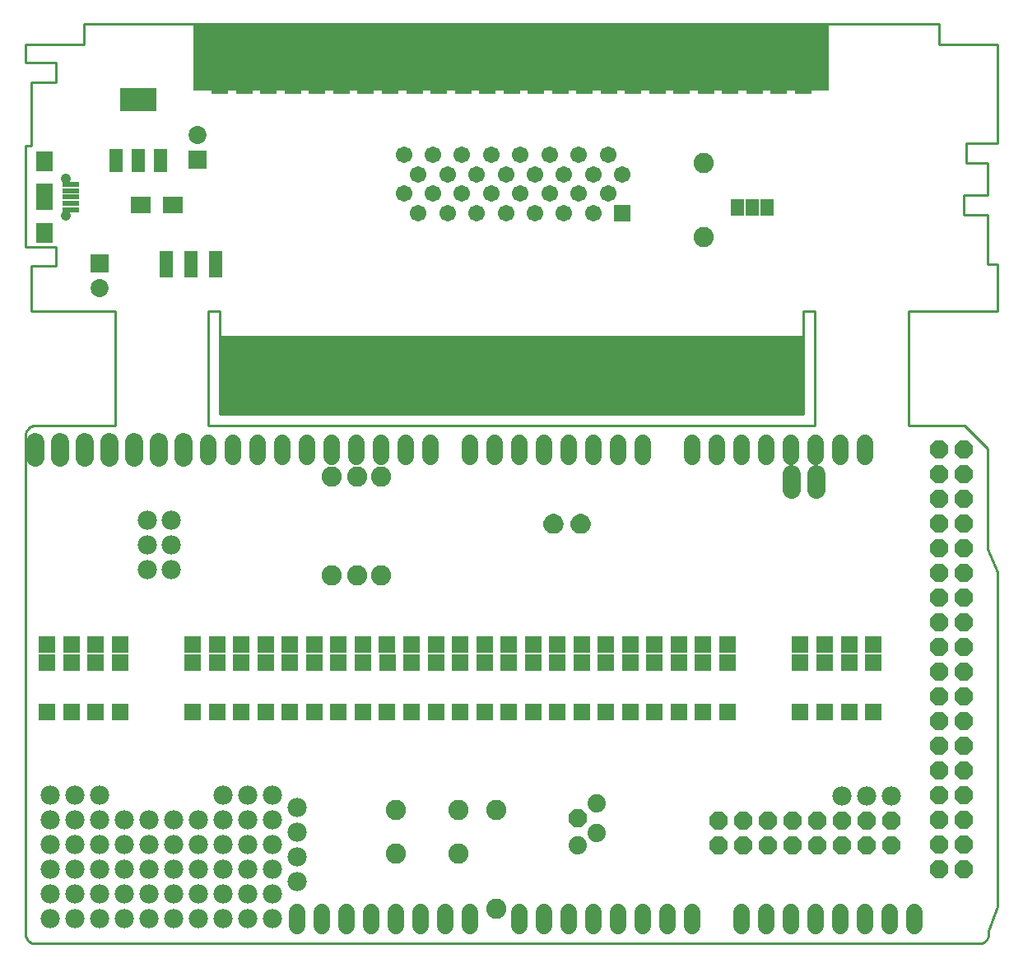
<source format=gbs>
G75*
%MOIN*%
%OFA0B0*%
%FSLAX25Y25*%
%IPPOS*%
%LPD*%
%AMOC8*
5,1,8,0,0,1.08239X$1,22.5*
%
%ADD10C,0.01000*%
%ADD11R,2.36220X0.32283*%
%ADD12R,2.57283X0.27362*%
%ADD13C,0.06546*%
%ADD14OC8,0.07400*%
%ADD15OC8,0.07200*%
%ADD16C,0.08200*%
%ADD17C,0.07400*%
%ADD18C,0.07200*%
%ADD19R,0.07137X0.07137*%
%ADD20C,0.00500*%
%ADD21C,0.07800*%
%ADD22R,0.08674X0.28359*%
%ADD23R,0.06706X0.28359*%
%ADD24R,0.05600X0.09600*%
%ADD25R,0.14973X0.09461*%
%ADD26R,0.05400X0.07100*%
%ADD27R,0.08280X0.07099*%
%ADD28R,0.06509X0.02375*%
%ADD29C,0.00000*%
%ADD30C,0.04146*%
%ADD31R,0.06693X0.07874*%
%ADD32R,0.06693X0.10630*%
%ADD33R,0.05800X0.10800*%
%ADD34R,0.07300X0.07300*%
%ADD35C,0.07300*%
%ADD36C,0.06743*%
%ADD37R,0.06743X0.06743*%
D10*
X0013866Y0005937D02*
X0013866Y0207906D01*
X0013868Y0208030D01*
X0013874Y0208153D01*
X0013883Y0208277D01*
X0013897Y0208399D01*
X0013914Y0208522D01*
X0013936Y0208644D01*
X0013961Y0208765D01*
X0013990Y0208885D01*
X0014022Y0209004D01*
X0014059Y0209123D01*
X0014099Y0209240D01*
X0014142Y0209355D01*
X0014190Y0209470D01*
X0014241Y0209582D01*
X0014295Y0209693D01*
X0014353Y0209803D01*
X0014414Y0209910D01*
X0014479Y0210016D01*
X0014547Y0210119D01*
X0014618Y0210220D01*
X0014692Y0210319D01*
X0014769Y0210416D01*
X0014850Y0210510D01*
X0014933Y0210601D01*
X0015019Y0210690D01*
X0015108Y0210776D01*
X0015199Y0210859D01*
X0015293Y0210940D01*
X0015390Y0211017D01*
X0015489Y0211091D01*
X0015590Y0211162D01*
X0015693Y0211230D01*
X0015799Y0211295D01*
X0015906Y0211356D01*
X0016016Y0211414D01*
X0016127Y0211468D01*
X0016239Y0211519D01*
X0016354Y0211567D01*
X0016469Y0211610D01*
X0016586Y0211650D01*
X0016705Y0211687D01*
X0016824Y0211719D01*
X0016944Y0211748D01*
X0017065Y0211773D01*
X0017187Y0211795D01*
X0017310Y0211812D01*
X0017432Y0211826D01*
X0017556Y0211835D01*
X0017679Y0211841D01*
X0017803Y0211843D01*
X0050087Y0211843D01*
X0050087Y0258299D01*
X0016228Y0258299D01*
X0016228Y0276409D01*
X0026071Y0276409D01*
X0026071Y0284283D01*
X0013866Y0284283D01*
X0013866Y0325228D01*
X0016228Y0325228D01*
X0016228Y0350819D01*
X0026071Y0350819D01*
X0026071Y0358693D01*
X0013866Y0358693D01*
X0013866Y0366173D01*
X0037488Y0366173D01*
X0037488Y0374441D01*
X0383945Y0374441D01*
X0383945Y0366173D01*
X0407567Y0366173D01*
X0407567Y0326016D01*
X0394969Y0326016D01*
X0394969Y0318142D01*
X0403630Y0318142D01*
X0403630Y0305150D01*
X0393787Y0305150D01*
X0393787Y0297276D01*
X0403630Y0297276D01*
X0403630Y0277197D01*
X0407567Y0277197D01*
X0407567Y0258299D01*
X0371346Y0258299D01*
X0371346Y0211843D01*
X0394181Y0211843D01*
X0403630Y0202394D01*
X0403630Y0161843D01*
X0407567Y0152394D01*
X0407567Y0017000D01*
X0403866Y0007000D01*
X0403866Y0005937D01*
X0403864Y0005813D01*
X0403858Y0005690D01*
X0403849Y0005566D01*
X0403835Y0005444D01*
X0403818Y0005321D01*
X0403796Y0005199D01*
X0403771Y0005078D01*
X0403742Y0004958D01*
X0403710Y0004839D01*
X0403673Y0004720D01*
X0403633Y0004603D01*
X0403590Y0004488D01*
X0403542Y0004373D01*
X0403491Y0004261D01*
X0403437Y0004150D01*
X0403379Y0004040D01*
X0403318Y0003933D01*
X0403253Y0003827D01*
X0403185Y0003724D01*
X0403114Y0003623D01*
X0403040Y0003524D01*
X0402963Y0003427D01*
X0402882Y0003333D01*
X0402799Y0003242D01*
X0402713Y0003153D01*
X0402624Y0003067D01*
X0402533Y0002984D01*
X0402439Y0002903D01*
X0402342Y0002826D01*
X0402243Y0002752D01*
X0402142Y0002681D01*
X0402039Y0002613D01*
X0401933Y0002548D01*
X0401826Y0002487D01*
X0401716Y0002429D01*
X0401605Y0002375D01*
X0401493Y0002324D01*
X0401378Y0002276D01*
X0401263Y0002233D01*
X0401146Y0002193D01*
X0401027Y0002156D01*
X0400908Y0002124D01*
X0400788Y0002095D01*
X0400667Y0002070D01*
X0400545Y0002048D01*
X0400422Y0002031D01*
X0400300Y0002017D01*
X0400176Y0002008D01*
X0400053Y0002002D01*
X0399929Y0002000D01*
X0017803Y0002000D01*
X0017679Y0002002D01*
X0017556Y0002008D01*
X0017432Y0002017D01*
X0017310Y0002031D01*
X0017187Y0002048D01*
X0017065Y0002070D01*
X0016944Y0002095D01*
X0016824Y0002124D01*
X0016705Y0002156D01*
X0016586Y0002193D01*
X0016469Y0002233D01*
X0016354Y0002276D01*
X0016239Y0002324D01*
X0016127Y0002375D01*
X0016016Y0002429D01*
X0015906Y0002487D01*
X0015799Y0002548D01*
X0015693Y0002613D01*
X0015590Y0002681D01*
X0015489Y0002752D01*
X0015390Y0002826D01*
X0015293Y0002903D01*
X0015199Y0002984D01*
X0015108Y0003067D01*
X0015019Y0003153D01*
X0014933Y0003242D01*
X0014850Y0003333D01*
X0014769Y0003427D01*
X0014692Y0003524D01*
X0014618Y0003623D01*
X0014547Y0003724D01*
X0014479Y0003827D01*
X0014414Y0003933D01*
X0014353Y0004040D01*
X0014295Y0004150D01*
X0014241Y0004261D01*
X0014190Y0004373D01*
X0014142Y0004488D01*
X0014099Y0004603D01*
X0014059Y0004720D01*
X0014022Y0004839D01*
X0013990Y0004958D01*
X0013961Y0005078D01*
X0013936Y0005199D01*
X0013914Y0005321D01*
X0013897Y0005444D01*
X0013883Y0005566D01*
X0013874Y0005690D01*
X0013868Y0005813D01*
X0013866Y0005937D01*
X0087882Y0211843D02*
X0087882Y0258299D01*
X0092606Y0258299D01*
X0092606Y0216567D01*
X0328827Y0216567D01*
X0328827Y0258299D01*
X0333551Y0258299D01*
X0333551Y0211843D01*
X0087882Y0211843D01*
D11*
X0210717Y0232315D03*
X0210717Y0232315D03*
D12*
X0210618Y0361154D03*
D13*
X0213866Y0204873D02*
X0213866Y0199127D01*
X0223866Y0199127D02*
X0223866Y0204873D01*
X0233866Y0204873D02*
X0233866Y0199127D01*
X0243866Y0199127D02*
X0243866Y0204873D01*
X0253866Y0204873D02*
X0253866Y0199127D01*
X0263866Y0199127D02*
X0263866Y0204873D01*
X0283866Y0204873D02*
X0283866Y0199127D01*
X0293866Y0199127D02*
X0293866Y0204873D01*
X0303866Y0204873D02*
X0303866Y0199127D01*
X0313866Y0199127D02*
X0313866Y0204873D01*
X0323866Y0204873D02*
X0323866Y0199127D01*
X0333866Y0199127D02*
X0333866Y0204873D01*
X0343866Y0204873D02*
X0343866Y0199127D01*
X0353866Y0199127D02*
X0353866Y0204873D01*
X0203866Y0204873D02*
X0203866Y0199127D01*
X0193866Y0199127D02*
X0193866Y0204873D01*
X0177866Y0204873D02*
X0177866Y0199127D01*
X0167866Y0199127D02*
X0167866Y0204873D01*
X0157866Y0204873D02*
X0157866Y0199127D01*
X0147866Y0199127D02*
X0147866Y0204873D01*
X0137866Y0204873D02*
X0137866Y0199127D01*
X0127866Y0199127D02*
X0127866Y0204873D01*
X0117866Y0204873D02*
X0117866Y0199127D01*
X0107866Y0199127D02*
X0107866Y0204873D01*
X0097866Y0204873D02*
X0097866Y0199127D01*
X0087866Y0199127D02*
X0087866Y0204873D01*
X0123866Y0014873D02*
X0123866Y0009127D01*
X0133866Y0009127D02*
X0133866Y0014873D01*
X0143866Y0014873D02*
X0143866Y0009127D01*
X0153866Y0009127D02*
X0153866Y0014873D01*
X0163866Y0014873D02*
X0163866Y0009127D01*
X0173866Y0009127D02*
X0173866Y0014873D01*
X0183866Y0014873D02*
X0183866Y0009127D01*
X0193866Y0009127D02*
X0193866Y0014873D01*
X0213866Y0014873D02*
X0213866Y0009127D01*
X0223866Y0009127D02*
X0223866Y0014873D01*
X0233866Y0014873D02*
X0233866Y0009127D01*
X0243866Y0009127D02*
X0243866Y0014873D01*
X0253866Y0014873D02*
X0253866Y0009127D01*
X0263866Y0009127D02*
X0263866Y0014873D01*
X0273866Y0014873D02*
X0273866Y0009127D01*
X0283866Y0009127D02*
X0283866Y0014873D01*
X0303866Y0014873D02*
X0303866Y0009127D01*
X0313866Y0009127D02*
X0313866Y0014873D01*
X0323866Y0014873D02*
X0323866Y0009127D01*
X0333866Y0009127D02*
X0333866Y0014873D01*
X0343866Y0014873D02*
X0343866Y0009127D01*
X0353866Y0009127D02*
X0353866Y0014873D01*
X0363866Y0014873D02*
X0363866Y0009127D01*
X0373866Y0009127D02*
X0373866Y0014873D01*
D14*
X0383866Y0032000D03*
X0383866Y0042000D03*
X0383866Y0052000D03*
X0383866Y0062000D03*
X0383866Y0072000D03*
X0383866Y0082000D03*
X0383866Y0092000D03*
X0383866Y0102000D03*
X0383866Y0112000D03*
X0383866Y0122000D03*
X0383866Y0132000D03*
X0383866Y0142000D03*
X0383866Y0152000D03*
X0383866Y0162000D03*
X0383866Y0172000D03*
X0383866Y0182000D03*
X0383866Y0192000D03*
X0383866Y0202000D03*
X0393866Y0202000D03*
X0393866Y0192000D03*
X0393866Y0182000D03*
X0393866Y0172000D03*
X0393866Y0162000D03*
X0393866Y0152000D03*
X0393866Y0142000D03*
X0393866Y0132000D03*
X0393866Y0122000D03*
X0393866Y0112000D03*
X0393866Y0102000D03*
X0393866Y0092000D03*
X0393866Y0082000D03*
X0393866Y0072000D03*
X0393866Y0062000D03*
X0393866Y0052000D03*
X0393866Y0042000D03*
X0393866Y0032000D03*
X0237613Y0052925D03*
D15*
X0294614Y0051882D03*
X0294614Y0041882D03*
X0304614Y0041882D03*
X0304614Y0051882D03*
X0314614Y0051882D03*
X0314614Y0041882D03*
X0324614Y0041882D03*
X0324614Y0051882D03*
X0334614Y0051882D03*
X0334614Y0041882D03*
X0344614Y0041882D03*
X0344614Y0051882D03*
X0354614Y0051882D03*
X0354614Y0041882D03*
X0364614Y0041882D03*
X0364614Y0051882D03*
D16*
X0204575Y0056252D03*
X0189265Y0056176D03*
X0189265Y0038376D03*
X0204575Y0016252D03*
X0163665Y0038376D03*
X0163665Y0056176D03*
X0157961Y0151291D03*
X0148118Y0151291D03*
X0137882Y0151291D03*
X0137882Y0191291D03*
X0148118Y0191291D03*
X0157961Y0191291D03*
X0288472Y0288181D03*
X0288472Y0318181D03*
D17*
X0245238Y0058925D03*
X0245238Y0046925D03*
X0237613Y0041925D03*
D18*
X0324024Y0185808D02*
X0324024Y0192208D01*
X0334024Y0192208D02*
X0334024Y0185808D01*
X0077921Y0198800D02*
X0077921Y0205200D01*
X0067921Y0205200D02*
X0067921Y0198800D01*
X0057921Y0198800D02*
X0057921Y0205200D01*
X0047921Y0205200D02*
X0047921Y0198800D01*
X0037921Y0198800D02*
X0037921Y0205200D01*
X0027921Y0205200D02*
X0027921Y0198800D01*
X0017921Y0198800D02*
X0017921Y0205200D01*
D19*
X0022528Y0123014D03*
X0022535Y0115671D03*
X0032378Y0115671D03*
X0032370Y0123014D03*
X0042213Y0123014D03*
X0042220Y0115671D03*
X0052063Y0115671D03*
X0052055Y0123014D03*
X0052055Y0095947D03*
X0042213Y0095947D03*
X0032370Y0095947D03*
X0022528Y0095947D03*
X0081583Y0095947D03*
X0091425Y0095947D03*
X0101268Y0095947D03*
X0111110Y0095947D03*
X0120953Y0095947D03*
X0130795Y0095947D03*
X0140638Y0095947D03*
X0150480Y0095947D03*
X0160323Y0095947D03*
X0170165Y0095947D03*
X0180008Y0095947D03*
X0189850Y0095947D03*
X0199693Y0095947D03*
X0209535Y0095947D03*
X0219378Y0095947D03*
X0229220Y0095947D03*
X0239063Y0095947D03*
X0248906Y0095947D03*
X0258748Y0095947D03*
X0268591Y0095947D03*
X0278433Y0095947D03*
X0288276Y0095947D03*
X0298118Y0095947D03*
X0298126Y0115671D03*
X0298118Y0123014D03*
X0288276Y0123014D03*
X0288283Y0115671D03*
X0278441Y0115671D03*
X0278433Y0123014D03*
X0268591Y0123014D03*
X0268598Y0115671D03*
X0258756Y0115671D03*
X0258748Y0123014D03*
X0248906Y0123014D03*
X0248913Y0115671D03*
X0239071Y0115671D03*
X0239063Y0123014D03*
X0229220Y0123014D03*
X0229228Y0115671D03*
X0219386Y0115671D03*
X0219378Y0123014D03*
X0209535Y0123014D03*
X0209543Y0115671D03*
X0199701Y0115671D03*
X0199693Y0123014D03*
X0189850Y0123014D03*
X0189858Y0115671D03*
X0180016Y0115671D03*
X0180008Y0123014D03*
X0170165Y0123014D03*
X0170173Y0115671D03*
X0160331Y0115671D03*
X0160323Y0123014D03*
X0150480Y0123014D03*
X0150488Y0115671D03*
X0140646Y0115671D03*
X0140638Y0123014D03*
X0130795Y0123014D03*
X0130803Y0115671D03*
X0120961Y0115671D03*
X0120953Y0123014D03*
X0111110Y0123014D03*
X0111118Y0115671D03*
X0101276Y0115671D03*
X0101268Y0123014D03*
X0091425Y0123014D03*
X0091433Y0115671D03*
X0081591Y0115671D03*
X0081583Y0123014D03*
X0327646Y0123014D03*
X0327654Y0115671D03*
X0337496Y0115671D03*
X0337488Y0123014D03*
X0347331Y0123014D03*
X0347339Y0115671D03*
X0357181Y0115671D03*
X0357173Y0123014D03*
X0357173Y0095947D03*
X0347331Y0095947D03*
X0337488Y0095947D03*
X0327646Y0095947D03*
D20*
X0241279Y0169401D02*
X0241744Y0169955D01*
X0242092Y0170589D01*
X0242309Y0171279D01*
X0242388Y0171998D01*
X0242340Y0172658D01*
X0242178Y0173300D01*
X0241907Y0173903D01*
X0241535Y0174451D01*
X0241074Y0174925D01*
X0240538Y0175313D01*
X0239942Y0175601D01*
X0239306Y0175782D01*
X0238648Y0175849D01*
X0237989Y0175783D01*
X0237352Y0175605D01*
X0236756Y0175318D01*
X0236219Y0174932D01*
X0235757Y0174459D01*
X0235384Y0173912D01*
X0235111Y0173309D01*
X0234948Y0172668D01*
X0234898Y0172009D01*
X0234979Y0171286D01*
X0235199Y0170593D01*
X0235551Y0169956D01*
X0236020Y0169400D01*
X0236588Y0168946D01*
X0237234Y0168612D01*
X0237933Y0168410D01*
X0238657Y0168348D01*
X0239378Y0168411D01*
X0240073Y0168614D01*
X0240715Y0168948D01*
X0241279Y0169401D01*
X0241362Y0169500D02*
X0235935Y0169500D01*
X0235527Y0169998D02*
X0241768Y0169998D01*
X0242041Y0170497D02*
X0235252Y0170497D01*
X0235071Y0170995D02*
X0242220Y0170995D01*
X0242333Y0171494D02*
X0234956Y0171494D01*
X0234900Y0171992D02*
X0242387Y0171992D01*
X0242352Y0172491D02*
X0234934Y0172491D01*
X0235030Y0172989D02*
X0242256Y0172989D01*
X0242093Y0173488D02*
X0235192Y0173488D01*
X0235434Y0173986D02*
X0241851Y0173986D01*
X0241502Y0174485D02*
X0235782Y0174485D01*
X0236290Y0174983D02*
X0240994Y0174983D01*
X0240188Y0175482D02*
X0237097Y0175482D01*
X0231158Y0173300D02*
X0231320Y0172658D01*
X0231368Y0171998D01*
X0231289Y0171279D01*
X0231072Y0170589D01*
X0230724Y0169955D01*
X0230259Y0169401D01*
X0229694Y0168948D01*
X0229053Y0168614D01*
X0228358Y0168411D01*
X0227637Y0168348D01*
X0226913Y0168410D01*
X0226214Y0168612D01*
X0225568Y0168946D01*
X0225000Y0169400D01*
X0224531Y0169956D01*
X0224179Y0170593D01*
X0223959Y0171286D01*
X0223878Y0172009D01*
X0223928Y0172668D01*
X0224091Y0173309D01*
X0224364Y0173912D01*
X0224737Y0174459D01*
X0225199Y0174932D01*
X0225736Y0175318D01*
X0226332Y0175605D01*
X0226969Y0175783D01*
X0227628Y0175849D01*
X0228286Y0175782D01*
X0228922Y0175601D01*
X0229518Y0175313D01*
X0230054Y0174925D01*
X0230515Y0174451D01*
X0230887Y0173903D01*
X0231158Y0173300D01*
X0231073Y0173488D02*
X0224172Y0173488D01*
X0224010Y0172989D02*
X0231236Y0172989D01*
X0231332Y0172491D02*
X0223914Y0172491D01*
X0223880Y0171992D02*
X0231367Y0171992D01*
X0231313Y0171494D02*
X0223936Y0171494D01*
X0224051Y0170995D02*
X0231200Y0170995D01*
X0231021Y0170497D02*
X0224232Y0170497D01*
X0224507Y0169998D02*
X0230748Y0169998D01*
X0230342Y0169500D02*
X0224915Y0169500D01*
X0225499Y0169001D02*
X0229761Y0169001D01*
X0228672Y0168503D02*
X0226592Y0168503D01*
X0224414Y0173986D02*
X0230830Y0173986D01*
X0230482Y0174485D02*
X0224762Y0174485D01*
X0225270Y0174983D02*
X0229974Y0174983D01*
X0229168Y0175482D02*
X0226077Y0175482D01*
X0236519Y0169001D02*
X0240781Y0169001D01*
X0239692Y0168503D02*
X0237612Y0168503D01*
D21*
X0344575Y0061724D03*
X0354575Y0061724D03*
X0364575Y0061724D03*
X0123866Y0057000D03*
X0123866Y0047000D03*
X0123866Y0037000D03*
X0123866Y0027000D03*
X0113866Y0022000D03*
X0103866Y0022000D03*
X0103866Y0012000D03*
X0113866Y0012000D03*
X0093866Y0012000D03*
X0083866Y0012000D03*
X0073866Y0012000D03*
X0073866Y0022000D03*
X0083866Y0022000D03*
X0093866Y0022000D03*
X0093866Y0032000D03*
X0083866Y0032000D03*
X0073866Y0032000D03*
X0063866Y0032000D03*
X0053866Y0032000D03*
X0043866Y0032000D03*
X0033866Y0032000D03*
X0023866Y0032000D03*
X0023866Y0022000D03*
X0023866Y0012000D03*
X0033866Y0012000D03*
X0033866Y0022000D03*
X0043866Y0022000D03*
X0043866Y0012000D03*
X0053866Y0012000D03*
X0053866Y0022000D03*
X0063866Y0022000D03*
X0063866Y0012000D03*
X0063866Y0042000D03*
X0053866Y0042000D03*
X0053866Y0052000D03*
X0063866Y0052000D03*
X0073866Y0052000D03*
X0073866Y0042000D03*
X0083866Y0042000D03*
X0083866Y0052000D03*
X0093866Y0052000D03*
X0093866Y0042000D03*
X0103866Y0042000D03*
X0103866Y0052000D03*
X0113866Y0052000D03*
X0113866Y0042000D03*
X0113866Y0032000D03*
X0103866Y0032000D03*
X0103866Y0062000D03*
X0113866Y0062000D03*
X0093866Y0062000D03*
X0043866Y0062000D03*
X0033866Y0062000D03*
X0023866Y0062000D03*
X0023866Y0052000D03*
X0023866Y0042000D03*
X0033866Y0042000D03*
X0033866Y0052000D03*
X0043866Y0052000D03*
X0043866Y0042000D03*
X0063079Y0153417D03*
X0072921Y0153417D03*
X0072921Y0163417D03*
X0063079Y0163417D03*
X0063079Y0173417D03*
X0072921Y0173417D03*
D22*
X0101465Y0234283D03*
X0319969Y0234283D03*
D23*
X0309142Y0234283D03*
X0299299Y0234283D03*
X0289457Y0234283D03*
X0279614Y0234283D03*
X0269772Y0234283D03*
X0259929Y0234283D03*
X0250087Y0234283D03*
X0240244Y0234283D03*
X0230402Y0234283D03*
X0220559Y0234283D03*
X0210717Y0234283D03*
X0200874Y0234283D03*
X0191031Y0234283D03*
X0181189Y0234283D03*
X0171346Y0234283D03*
X0161504Y0234283D03*
X0151661Y0234283D03*
X0141819Y0234283D03*
X0131976Y0234283D03*
X0122134Y0234283D03*
X0112291Y0234283D03*
X0112291Y0360268D03*
X0102449Y0360268D03*
X0092606Y0360268D03*
X0122134Y0360268D03*
X0131976Y0360268D03*
X0141819Y0360268D03*
X0151661Y0360268D03*
X0161504Y0360268D03*
X0171346Y0360268D03*
X0181189Y0360268D03*
X0191031Y0360268D03*
X0200874Y0360268D03*
X0210717Y0360268D03*
X0220559Y0360268D03*
X0230402Y0360268D03*
X0240244Y0360268D03*
X0250087Y0360268D03*
X0259929Y0360268D03*
X0269772Y0360268D03*
X0279614Y0360268D03*
X0289457Y0360268D03*
X0299299Y0360268D03*
X0309142Y0360268D03*
X0318984Y0360268D03*
X0328827Y0360268D03*
D24*
X0068635Y0319328D03*
X0059535Y0319328D03*
X0050435Y0319328D03*
D25*
X0059535Y0343728D03*
D26*
X0302157Y0300031D03*
X0308157Y0300031D03*
X0314157Y0300031D03*
D27*
X0073512Y0301213D03*
X0060520Y0301213D03*
D28*
X0032075Y0301803D03*
X0032075Y0299244D03*
X0032075Y0304362D03*
X0032075Y0306921D03*
X0032075Y0309480D03*
D29*
X0028335Y0311843D02*
X0028337Y0311924D01*
X0028343Y0312006D01*
X0028353Y0312087D01*
X0028367Y0312167D01*
X0028384Y0312246D01*
X0028406Y0312325D01*
X0028431Y0312402D01*
X0028460Y0312479D01*
X0028493Y0312553D01*
X0028530Y0312626D01*
X0028569Y0312697D01*
X0028613Y0312766D01*
X0028659Y0312833D01*
X0028709Y0312897D01*
X0028762Y0312959D01*
X0028818Y0313019D01*
X0028876Y0313075D01*
X0028938Y0313129D01*
X0029002Y0313180D01*
X0029068Y0313227D01*
X0029136Y0313271D01*
X0029207Y0313312D01*
X0029279Y0313349D01*
X0029354Y0313383D01*
X0029429Y0313413D01*
X0029507Y0313439D01*
X0029585Y0313462D01*
X0029664Y0313480D01*
X0029744Y0313495D01*
X0029825Y0313506D01*
X0029906Y0313513D01*
X0029988Y0313516D01*
X0030069Y0313515D01*
X0030150Y0313510D01*
X0030231Y0313501D01*
X0030312Y0313488D01*
X0030392Y0313471D01*
X0030470Y0313451D01*
X0030548Y0313426D01*
X0030625Y0313398D01*
X0030700Y0313366D01*
X0030773Y0313331D01*
X0030844Y0313292D01*
X0030914Y0313249D01*
X0030981Y0313204D01*
X0031047Y0313155D01*
X0031109Y0313103D01*
X0031169Y0313047D01*
X0031226Y0312989D01*
X0031281Y0312929D01*
X0031332Y0312865D01*
X0031380Y0312800D01*
X0031425Y0312732D01*
X0031467Y0312662D01*
X0031505Y0312590D01*
X0031540Y0312516D01*
X0031571Y0312441D01*
X0031598Y0312364D01*
X0031621Y0312286D01*
X0031641Y0312207D01*
X0031657Y0312127D01*
X0031669Y0312046D01*
X0031677Y0311965D01*
X0031681Y0311884D01*
X0031681Y0311802D01*
X0031677Y0311721D01*
X0031669Y0311640D01*
X0031657Y0311559D01*
X0031641Y0311479D01*
X0031621Y0311400D01*
X0031598Y0311322D01*
X0031571Y0311245D01*
X0031540Y0311170D01*
X0031505Y0311096D01*
X0031467Y0311024D01*
X0031425Y0310954D01*
X0031380Y0310886D01*
X0031332Y0310821D01*
X0031281Y0310757D01*
X0031226Y0310697D01*
X0031169Y0310639D01*
X0031109Y0310583D01*
X0031047Y0310531D01*
X0030981Y0310482D01*
X0030914Y0310437D01*
X0030845Y0310394D01*
X0030773Y0310355D01*
X0030700Y0310320D01*
X0030625Y0310288D01*
X0030548Y0310260D01*
X0030470Y0310235D01*
X0030392Y0310215D01*
X0030312Y0310198D01*
X0030231Y0310185D01*
X0030150Y0310176D01*
X0030069Y0310171D01*
X0029988Y0310170D01*
X0029906Y0310173D01*
X0029825Y0310180D01*
X0029744Y0310191D01*
X0029664Y0310206D01*
X0029585Y0310224D01*
X0029507Y0310247D01*
X0029429Y0310273D01*
X0029354Y0310303D01*
X0029279Y0310337D01*
X0029207Y0310374D01*
X0029136Y0310415D01*
X0029068Y0310459D01*
X0029002Y0310506D01*
X0028938Y0310557D01*
X0028876Y0310611D01*
X0028818Y0310667D01*
X0028762Y0310727D01*
X0028709Y0310789D01*
X0028659Y0310853D01*
X0028613Y0310920D01*
X0028569Y0310989D01*
X0028530Y0311060D01*
X0028493Y0311133D01*
X0028460Y0311207D01*
X0028431Y0311284D01*
X0028406Y0311361D01*
X0028384Y0311440D01*
X0028367Y0311519D01*
X0028353Y0311599D01*
X0028343Y0311680D01*
X0028337Y0311762D01*
X0028335Y0311843D01*
X0028335Y0296882D02*
X0028337Y0296963D01*
X0028343Y0297045D01*
X0028353Y0297126D01*
X0028367Y0297206D01*
X0028384Y0297285D01*
X0028406Y0297364D01*
X0028431Y0297441D01*
X0028460Y0297518D01*
X0028493Y0297592D01*
X0028530Y0297665D01*
X0028569Y0297736D01*
X0028613Y0297805D01*
X0028659Y0297872D01*
X0028709Y0297936D01*
X0028762Y0297998D01*
X0028818Y0298058D01*
X0028876Y0298114D01*
X0028938Y0298168D01*
X0029002Y0298219D01*
X0029068Y0298266D01*
X0029136Y0298310D01*
X0029207Y0298351D01*
X0029279Y0298388D01*
X0029354Y0298422D01*
X0029429Y0298452D01*
X0029507Y0298478D01*
X0029585Y0298501D01*
X0029664Y0298519D01*
X0029744Y0298534D01*
X0029825Y0298545D01*
X0029906Y0298552D01*
X0029988Y0298555D01*
X0030069Y0298554D01*
X0030150Y0298549D01*
X0030231Y0298540D01*
X0030312Y0298527D01*
X0030392Y0298510D01*
X0030470Y0298490D01*
X0030548Y0298465D01*
X0030625Y0298437D01*
X0030700Y0298405D01*
X0030773Y0298370D01*
X0030844Y0298331D01*
X0030914Y0298288D01*
X0030981Y0298243D01*
X0031047Y0298194D01*
X0031109Y0298142D01*
X0031169Y0298086D01*
X0031226Y0298028D01*
X0031281Y0297968D01*
X0031332Y0297904D01*
X0031380Y0297839D01*
X0031425Y0297771D01*
X0031467Y0297701D01*
X0031505Y0297629D01*
X0031540Y0297555D01*
X0031571Y0297480D01*
X0031598Y0297403D01*
X0031621Y0297325D01*
X0031641Y0297246D01*
X0031657Y0297166D01*
X0031669Y0297085D01*
X0031677Y0297004D01*
X0031681Y0296923D01*
X0031681Y0296841D01*
X0031677Y0296760D01*
X0031669Y0296679D01*
X0031657Y0296598D01*
X0031641Y0296518D01*
X0031621Y0296439D01*
X0031598Y0296361D01*
X0031571Y0296284D01*
X0031540Y0296209D01*
X0031505Y0296135D01*
X0031467Y0296063D01*
X0031425Y0295993D01*
X0031380Y0295925D01*
X0031332Y0295860D01*
X0031281Y0295796D01*
X0031226Y0295736D01*
X0031169Y0295678D01*
X0031109Y0295622D01*
X0031047Y0295570D01*
X0030981Y0295521D01*
X0030914Y0295476D01*
X0030845Y0295433D01*
X0030773Y0295394D01*
X0030700Y0295359D01*
X0030625Y0295327D01*
X0030548Y0295299D01*
X0030470Y0295274D01*
X0030392Y0295254D01*
X0030312Y0295237D01*
X0030231Y0295224D01*
X0030150Y0295215D01*
X0030069Y0295210D01*
X0029988Y0295209D01*
X0029906Y0295212D01*
X0029825Y0295219D01*
X0029744Y0295230D01*
X0029664Y0295245D01*
X0029585Y0295263D01*
X0029507Y0295286D01*
X0029429Y0295312D01*
X0029354Y0295342D01*
X0029279Y0295376D01*
X0029207Y0295413D01*
X0029136Y0295454D01*
X0029068Y0295498D01*
X0029002Y0295545D01*
X0028938Y0295596D01*
X0028876Y0295650D01*
X0028818Y0295706D01*
X0028762Y0295766D01*
X0028709Y0295828D01*
X0028659Y0295892D01*
X0028613Y0295959D01*
X0028569Y0296028D01*
X0028530Y0296099D01*
X0028493Y0296172D01*
X0028460Y0296246D01*
X0028431Y0296323D01*
X0028406Y0296400D01*
X0028384Y0296479D01*
X0028367Y0296558D01*
X0028353Y0296638D01*
X0028343Y0296719D01*
X0028337Y0296801D01*
X0028335Y0296882D01*
D30*
X0030008Y0296882D03*
X0030008Y0311843D03*
D31*
X0021346Y0318866D03*
X0021346Y0289858D03*
D32*
X0021346Y0304362D03*
D33*
X0070795Y0277197D03*
X0080795Y0277197D03*
X0090795Y0277197D03*
D34*
X0083551Y0319441D03*
X0043787Y0277472D03*
D35*
X0043787Y0267472D03*
X0083551Y0329441D03*
D36*
X0167016Y0321488D03*
X0172921Y0313614D03*
X0167016Y0305740D03*
X0172921Y0297866D03*
X0178827Y0305740D03*
X0184732Y0297866D03*
X0190638Y0305740D03*
X0196543Y0297866D03*
X0202449Y0305740D03*
X0208354Y0297866D03*
X0214260Y0305740D03*
X0220165Y0297866D03*
X0226071Y0305740D03*
X0231976Y0297866D03*
X0237882Y0305740D03*
X0243787Y0297866D03*
X0249693Y0305740D03*
X0255598Y0313614D03*
X0249693Y0321488D03*
X0243787Y0313614D03*
X0237882Y0321488D03*
X0231976Y0313614D03*
X0226071Y0321488D03*
X0220165Y0313614D03*
X0214260Y0321488D03*
X0208354Y0313614D03*
X0202449Y0321488D03*
X0196543Y0313614D03*
X0190638Y0321488D03*
X0184732Y0313614D03*
X0178827Y0321488D03*
D37*
X0255598Y0297866D03*
M02*

</source>
